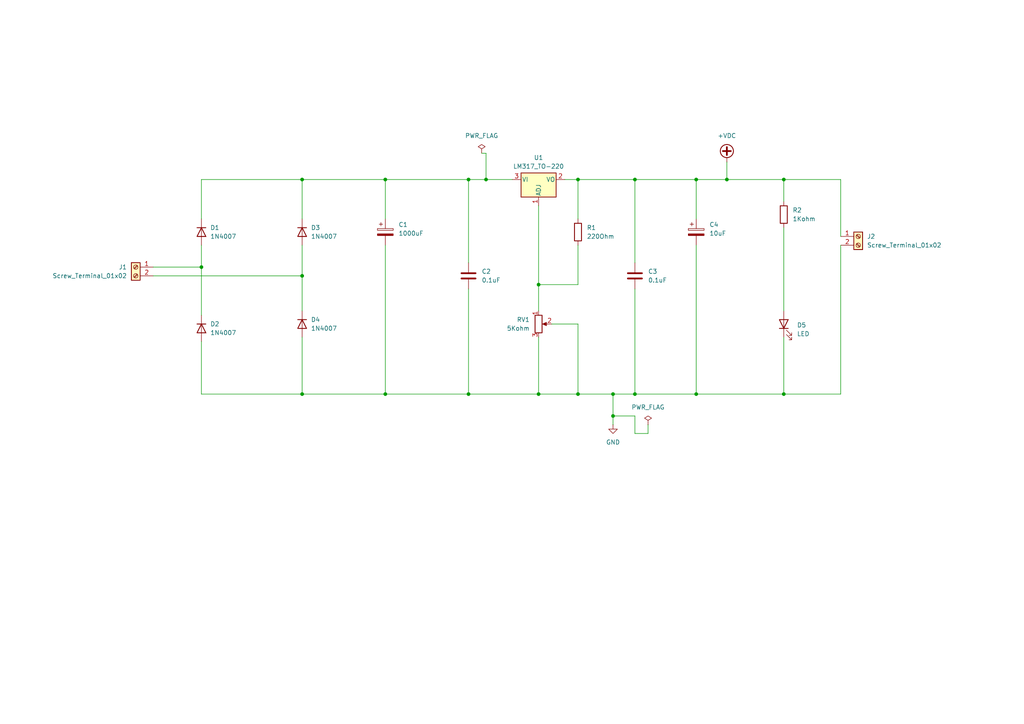
<source format=kicad_sch>
(kicad_sch
	(version 20231120)
	(generator "eeschema")
	(generator_version "8.0")
	(uuid "0d56ad63-15a0-450e-8216-9225299ef5bf")
	(paper "A4")
	(lib_symbols
		(symbol "Connector:Screw_Terminal_01x02"
			(pin_names
				(offset 1.016) hide)
			(exclude_from_sim no)
			(in_bom yes)
			(on_board yes)
			(property "Reference" "J"
				(at 0 2.54 0)
				(effects
					(font
						(size 1.27 1.27)
					)
				)
			)
			(property "Value" "Screw_Terminal_01x02"
				(at 0 -5.08 0)
				(effects
					(font
						(size 1.27 1.27)
					)
				)
			)
			(property "Footprint" ""
				(at 0 0 0)
				(effects
					(font
						(size 1.27 1.27)
					)
					(hide yes)
				)
			)
			(property "Datasheet" "~"
				(at 0 0 0)
				(effects
					(font
						(size 1.27 1.27)
					)
					(hide yes)
				)
			)
			(property "Description" "Generic screw terminal, single row, 01x02, script generated (kicad-library-utils/schlib/autogen/connector/)"
				(at 0 0 0)
				(effects
					(font
						(size 1.27 1.27)
					)
					(hide yes)
				)
			)
			(property "ki_keywords" "screw terminal"
				(at 0 0 0)
				(effects
					(font
						(size 1.27 1.27)
					)
					(hide yes)
				)
			)
			(property "ki_fp_filters" "TerminalBlock*:*"
				(at 0 0 0)
				(effects
					(font
						(size 1.27 1.27)
					)
					(hide yes)
				)
			)
			(symbol "Screw_Terminal_01x02_1_1"
				(rectangle
					(start -1.27 1.27)
					(end 1.27 -3.81)
					(stroke
						(width 0.254)
						(type default)
					)
					(fill
						(type background)
					)
				)
				(circle
					(center 0 -2.54)
					(radius 0.635)
					(stroke
						(width 0.1524)
						(type default)
					)
					(fill
						(type none)
					)
				)
				(polyline
					(pts
						(xy -0.5334 -2.2098) (xy 0.3302 -3.048)
					)
					(stroke
						(width 0.1524)
						(type default)
					)
					(fill
						(type none)
					)
				)
				(polyline
					(pts
						(xy -0.5334 0.3302) (xy 0.3302 -0.508)
					)
					(stroke
						(width 0.1524)
						(type default)
					)
					(fill
						(type none)
					)
				)
				(polyline
					(pts
						(xy -0.3556 -2.032) (xy 0.508 -2.8702)
					)
					(stroke
						(width 0.1524)
						(type default)
					)
					(fill
						(type none)
					)
				)
				(polyline
					(pts
						(xy -0.3556 0.508) (xy 0.508 -0.3302)
					)
					(stroke
						(width 0.1524)
						(type default)
					)
					(fill
						(type none)
					)
				)
				(circle
					(center 0 0)
					(radius 0.635)
					(stroke
						(width 0.1524)
						(type default)
					)
					(fill
						(type none)
					)
				)
				(pin passive line
					(at -5.08 0 0)
					(length 3.81)
					(name "Pin_1"
						(effects
							(font
								(size 1.27 1.27)
							)
						)
					)
					(number "1"
						(effects
							(font
								(size 1.27 1.27)
							)
						)
					)
				)
				(pin passive line
					(at -5.08 -2.54 0)
					(length 3.81)
					(name "Pin_2"
						(effects
							(font
								(size 1.27 1.27)
							)
						)
					)
					(number "2"
						(effects
							(font
								(size 1.27 1.27)
							)
						)
					)
				)
			)
		)
		(symbol "Device:C"
			(pin_numbers hide)
			(pin_names
				(offset 0.254)
			)
			(exclude_from_sim no)
			(in_bom yes)
			(on_board yes)
			(property "Reference" "C"
				(at 0.635 2.54 0)
				(effects
					(font
						(size 1.27 1.27)
					)
					(justify left)
				)
			)
			(property "Value" "C"
				(at 0.635 -2.54 0)
				(effects
					(font
						(size 1.27 1.27)
					)
					(justify left)
				)
			)
			(property "Footprint" ""
				(at 0.9652 -3.81 0)
				(effects
					(font
						(size 1.27 1.27)
					)
					(hide yes)
				)
			)
			(property "Datasheet" "~"
				(at 0 0 0)
				(effects
					(font
						(size 1.27 1.27)
					)
					(hide yes)
				)
			)
			(property "Description" "Unpolarized capacitor"
				(at 0 0 0)
				(effects
					(font
						(size 1.27 1.27)
					)
					(hide yes)
				)
			)
			(property "ki_keywords" "cap capacitor"
				(at 0 0 0)
				(effects
					(font
						(size 1.27 1.27)
					)
					(hide yes)
				)
			)
			(property "ki_fp_filters" "C_*"
				(at 0 0 0)
				(effects
					(font
						(size 1.27 1.27)
					)
					(hide yes)
				)
			)
			(symbol "C_0_1"
				(polyline
					(pts
						(xy -2.032 -0.762) (xy 2.032 -0.762)
					)
					(stroke
						(width 0.508)
						(type default)
					)
					(fill
						(type none)
					)
				)
				(polyline
					(pts
						(xy -2.032 0.762) (xy 2.032 0.762)
					)
					(stroke
						(width 0.508)
						(type default)
					)
					(fill
						(type none)
					)
				)
			)
			(symbol "C_1_1"
				(pin passive line
					(at 0 3.81 270)
					(length 2.794)
					(name "~"
						(effects
							(font
								(size 1.27 1.27)
							)
						)
					)
					(number "1"
						(effects
							(font
								(size 1.27 1.27)
							)
						)
					)
				)
				(pin passive line
					(at 0 -3.81 90)
					(length 2.794)
					(name "~"
						(effects
							(font
								(size 1.27 1.27)
							)
						)
					)
					(number "2"
						(effects
							(font
								(size 1.27 1.27)
							)
						)
					)
				)
			)
		)
		(symbol "Device:C_Polarized"
			(pin_numbers hide)
			(pin_names
				(offset 0.254)
			)
			(exclude_from_sim no)
			(in_bom yes)
			(on_board yes)
			(property "Reference" "C"
				(at 0.635 2.54 0)
				(effects
					(font
						(size 1.27 1.27)
					)
					(justify left)
				)
			)
			(property "Value" "C_Polarized"
				(at 0.635 -2.54 0)
				(effects
					(font
						(size 1.27 1.27)
					)
					(justify left)
				)
			)
			(property "Footprint" ""
				(at 0.9652 -3.81 0)
				(effects
					(font
						(size 1.27 1.27)
					)
					(hide yes)
				)
			)
			(property "Datasheet" "~"
				(at 0 0 0)
				(effects
					(font
						(size 1.27 1.27)
					)
					(hide yes)
				)
			)
			(property "Description" "Polarized capacitor"
				(at 0 0 0)
				(effects
					(font
						(size 1.27 1.27)
					)
					(hide yes)
				)
			)
			(property "ki_keywords" "cap capacitor"
				(at 0 0 0)
				(effects
					(font
						(size 1.27 1.27)
					)
					(hide yes)
				)
			)
			(property "ki_fp_filters" "CP_*"
				(at 0 0 0)
				(effects
					(font
						(size 1.27 1.27)
					)
					(hide yes)
				)
			)
			(symbol "C_Polarized_0_1"
				(rectangle
					(start -2.286 0.508)
					(end 2.286 1.016)
					(stroke
						(width 0)
						(type default)
					)
					(fill
						(type none)
					)
				)
				(polyline
					(pts
						(xy -1.778 2.286) (xy -0.762 2.286)
					)
					(stroke
						(width 0)
						(type default)
					)
					(fill
						(type none)
					)
				)
				(polyline
					(pts
						(xy -1.27 2.794) (xy -1.27 1.778)
					)
					(stroke
						(width 0)
						(type default)
					)
					(fill
						(type none)
					)
				)
				(rectangle
					(start 2.286 -0.508)
					(end -2.286 -1.016)
					(stroke
						(width 0)
						(type default)
					)
					(fill
						(type outline)
					)
				)
			)
			(symbol "C_Polarized_1_1"
				(pin passive line
					(at 0 3.81 270)
					(length 2.794)
					(name "~"
						(effects
							(font
								(size 1.27 1.27)
							)
						)
					)
					(number "1"
						(effects
							(font
								(size 1.27 1.27)
							)
						)
					)
				)
				(pin passive line
					(at 0 -3.81 90)
					(length 2.794)
					(name "~"
						(effects
							(font
								(size 1.27 1.27)
							)
						)
					)
					(number "2"
						(effects
							(font
								(size 1.27 1.27)
							)
						)
					)
				)
			)
		)
		(symbol "Device:LED"
			(pin_numbers hide)
			(pin_names
				(offset 1.016) hide)
			(exclude_from_sim no)
			(in_bom yes)
			(on_board yes)
			(property "Reference" "D"
				(at 0 2.54 0)
				(effects
					(font
						(size 1.27 1.27)
					)
				)
			)
			(property "Value" "LED"
				(at 0 -2.54 0)
				(effects
					(font
						(size 1.27 1.27)
					)
				)
			)
			(property "Footprint" ""
				(at 0 0 0)
				(effects
					(font
						(size 1.27 1.27)
					)
					(hide yes)
				)
			)
			(property "Datasheet" "~"
				(at 0 0 0)
				(effects
					(font
						(size 1.27 1.27)
					)
					(hide yes)
				)
			)
			(property "Description" "Light emitting diode"
				(at 0 0 0)
				(effects
					(font
						(size 1.27 1.27)
					)
					(hide yes)
				)
			)
			(property "ki_keywords" "LED diode"
				(at 0 0 0)
				(effects
					(font
						(size 1.27 1.27)
					)
					(hide yes)
				)
			)
			(property "ki_fp_filters" "LED* LED_SMD:* LED_THT:*"
				(at 0 0 0)
				(effects
					(font
						(size 1.27 1.27)
					)
					(hide yes)
				)
			)
			(symbol "LED_0_1"
				(polyline
					(pts
						(xy -1.27 -1.27) (xy -1.27 1.27)
					)
					(stroke
						(width 0.254)
						(type default)
					)
					(fill
						(type none)
					)
				)
				(polyline
					(pts
						(xy -1.27 0) (xy 1.27 0)
					)
					(stroke
						(width 0)
						(type default)
					)
					(fill
						(type none)
					)
				)
				(polyline
					(pts
						(xy 1.27 -1.27) (xy 1.27 1.27) (xy -1.27 0) (xy 1.27 -1.27)
					)
					(stroke
						(width 0.254)
						(type default)
					)
					(fill
						(type none)
					)
				)
				(polyline
					(pts
						(xy -3.048 -0.762) (xy -4.572 -2.286) (xy -3.81 -2.286) (xy -4.572 -2.286) (xy -4.572 -1.524)
					)
					(stroke
						(width 0)
						(type default)
					)
					(fill
						(type none)
					)
				)
				(polyline
					(pts
						(xy -1.778 -0.762) (xy -3.302 -2.286) (xy -2.54 -2.286) (xy -3.302 -2.286) (xy -3.302 -1.524)
					)
					(stroke
						(width 0)
						(type default)
					)
					(fill
						(type none)
					)
				)
			)
			(symbol "LED_1_1"
				(pin passive line
					(at -3.81 0 0)
					(length 2.54)
					(name "K"
						(effects
							(font
								(size 1.27 1.27)
							)
						)
					)
					(number "1"
						(effects
							(font
								(size 1.27 1.27)
							)
						)
					)
				)
				(pin passive line
					(at 3.81 0 180)
					(length 2.54)
					(name "A"
						(effects
							(font
								(size 1.27 1.27)
							)
						)
					)
					(number "2"
						(effects
							(font
								(size 1.27 1.27)
							)
						)
					)
				)
			)
		)
		(symbol "Device:R"
			(pin_numbers hide)
			(pin_names
				(offset 0)
			)
			(exclude_from_sim no)
			(in_bom yes)
			(on_board yes)
			(property "Reference" "R"
				(at 2.032 0 90)
				(effects
					(font
						(size 1.27 1.27)
					)
				)
			)
			(property "Value" "R"
				(at 0 0 90)
				(effects
					(font
						(size 1.27 1.27)
					)
				)
			)
			(property "Footprint" ""
				(at -1.778 0 90)
				(effects
					(font
						(size 1.27 1.27)
					)
					(hide yes)
				)
			)
			(property "Datasheet" "~"
				(at 0 0 0)
				(effects
					(font
						(size 1.27 1.27)
					)
					(hide yes)
				)
			)
			(property "Description" "Resistor"
				(at 0 0 0)
				(effects
					(font
						(size 1.27 1.27)
					)
					(hide yes)
				)
			)
			(property "ki_keywords" "R res resistor"
				(at 0 0 0)
				(effects
					(font
						(size 1.27 1.27)
					)
					(hide yes)
				)
			)
			(property "ki_fp_filters" "R_*"
				(at 0 0 0)
				(effects
					(font
						(size 1.27 1.27)
					)
					(hide yes)
				)
			)
			(symbol "R_0_1"
				(rectangle
					(start -1.016 -2.54)
					(end 1.016 2.54)
					(stroke
						(width 0.254)
						(type default)
					)
					(fill
						(type none)
					)
				)
			)
			(symbol "R_1_1"
				(pin passive line
					(at 0 3.81 270)
					(length 1.27)
					(name "~"
						(effects
							(font
								(size 1.27 1.27)
							)
						)
					)
					(number "1"
						(effects
							(font
								(size 1.27 1.27)
							)
						)
					)
				)
				(pin passive line
					(at 0 -3.81 90)
					(length 1.27)
					(name "~"
						(effects
							(font
								(size 1.27 1.27)
							)
						)
					)
					(number "2"
						(effects
							(font
								(size 1.27 1.27)
							)
						)
					)
				)
			)
		)
		(symbol "Device:R_Potentiometer"
			(pin_names
				(offset 1.016) hide)
			(exclude_from_sim no)
			(in_bom yes)
			(on_board yes)
			(property "Reference" "RV"
				(at -4.445 0 90)
				(effects
					(font
						(size 1.27 1.27)
					)
				)
			)
			(property "Value" "R_Potentiometer"
				(at -2.54 0 90)
				(effects
					(font
						(size 1.27 1.27)
					)
				)
			)
			(property "Footprint" ""
				(at 0 0 0)
				(effects
					(font
						(size 1.27 1.27)
					)
					(hide yes)
				)
			)
			(property "Datasheet" "~"
				(at 0 0 0)
				(effects
					(font
						(size 1.27 1.27)
					)
					(hide yes)
				)
			)
			(property "Description" "Potentiometer"
				(at 0 0 0)
				(effects
					(font
						(size 1.27 1.27)
					)
					(hide yes)
				)
			)
			(property "ki_keywords" "resistor variable"
				(at 0 0 0)
				(effects
					(font
						(size 1.27 1.27)
					)
					(hide yes)
				)
			)
			(property "ki_fp_filters" "Potentiometer*"
				(at 0 0 0)
				(effects
					(font
						(size 1.27 1.27)
					)
					(hide yes)
				)
			)
			(symbol "R_Potentiometer_0_1"
				(polyline
					(pts
						(xy 2.54 0) (xy 1.524 0)
					)
					(stroke
						(width 0)
						(type default)
					)
					(fill
						(type none)
					)
				)
				(polyline
					(pts
						(xy 1.143 0) (xy 2.286 0.508) (xy 2.286 -0.508) (xy 1.143 0)
					)
					(stroke
						(width 0)
						(type default)
					)
					(fill
						(type outline)
					)
				)
				(rectangle
					(start 1.016 2.54)
					(end -1.016 -2.54)
					(stroke
						(width 0.254)
						(type default)
					)
					(fill
						(type none)
					)
				)
			)
			(symbol "R_Potentiometer_1_1"
				(pin passive line
					(at 0 3.81 270)
					(length 1.27)
					(name "1"
						(effects
							(font
								(size 1.27 1.27)
							)
						)
					)
					(number "1"
						(effects
							(font
								(size 1.27 1.27)
							)
						)
					)
				)
				(pin passive line
					(at 3.81 0 180)
					(length 1.27)
					(name "2"
						(effects
							(font
								(size 1.27 1.27)
							)
						)
					)
					(number "2"
						(effects
							(font
								(size 1.27 1.27)
							)
						)
					)
				)
				(pin passive line
					(at 0 -3.81 90)
					(length 1.27)
					(name "3"
						(effects
							(font
								(size 1.27 1.27)
							)
						)
					)
					(number "3"
						(effects
							(font
								(size 1.27 1.27)
							)
						)
					)
				)
			)
		)
		(symbol "Diode:1N4007"
			(pin_numbers hide)
			(pin_names hide)
			(exclude_from_sim no)
			(in_bom yes)
			(on_board yes)
			(property "Reference" "D"
				(at 0 2.54 0)
				(effects
					(font
						(size 1.27 1.27)
					)
				)
			)
			(property "Value" "1N4007"
				(at 0 -2.54 0)
				(effects
					(font
						(size 1.27 1.27)
					)
				)
			)
			(property "Footprint" "Diode_THT:D_DO-41_SOD81_P10.16mm_Horizontal"
				(at 0 -4.445 0)
				(effects
					(font
						(size 1.27 1.27)
					)
					(hide yes)
				)
			)
			(property "Datasheet" "http://www.vishay.com/docs/88503/1n4001.pdf"
				(at 0 0 0)
				(effects
					(font
						(size 1.27 1.27)
					)
					(hide yes)
				)
			)
			(property "Description" "1000V 1A General Purpose Rectifier Diode, DO-41"
				(at 0 0 0)
				(effects
					(font
						(size 1.27 1.27)
					)
					(hide yes)
				)
			)
			(property "Sim.Device" "D"
				(at 0 0 0)
				(effects
					(font
						(size 1.27 1.27)
					)
					(hide yes)
				)
			)
			(property "Sim.Pins" "1=K 2=A"
				(at 0 0 0)
				(effects
					(font
						(size 1.27 1.27)
					)
					(hide yes)
				)
			)
			(property "ki_keywords" "diode"
				(at 0 0 0)
				(effects
					(font
						(size 1.27 1.27)
					)
					(hide yes)
				)
			)
			(property "ki_fp_filters" "D*DO?41*"
				(at 0 0 0)
				(effects
					(font
						(size 1.27 1.27)
					)
					(hide yes)
				)
			)
			(symbol "1N4007_0_1"
				(polyline
					(pts
						(xy -1.27 1.27) (xy -1.27 -1.27)
					)
					(stroke
						(width 0.254)
						(type default)
					)
					(fill
						(type none)
					)
				)
				(polyline
					(pts
						(xy 1.27 0) (xy -1.27 0)
					)
					(stroke
						(width 0)
						(type default)
					)
					(fill
						(type none)
					)
				)
				(polyline
					(pts
						(xy 1.27 1.27) (xy 1.27 -1.27) (xy -1.27 0) (xy 1.27 1.27)
					)
					(stroke
						(width 0.254)
						(type default)
					)
					(fill
						(type none)
					)
				)
			)
			(symbol "1N4007_1_1"
				(pin passive line
					(at -3.81 0 0)
					(length 2.54)
					(name "K"
						(effects
							(font
								(size 1.27 1.27)
							)
						)
					)
					(number "1"
						(effects
							(font
								(size 1.27 1.27)
							)
						)
					)
				)
				(pin passive line
					(at 3.81 0 180)
					(length 2.54)
					(name "A"
						(effects
							(font
								(size 1.27 1.27)
							)
						)
					)
					(number "2"
						(effects
							(font
								(size 1.27 1.27)
							)
						)
					)
				)
			)
		)
		(symbol "Regulator_Linear:LM317_TO-220"
			(pin_names
				(offset 0.254)
			)
			(exclude_from_sim no)
			(in_bom yes)
			(on_board yes)
			(property "Reference" "U"
				(at -3.81 3.175 0)
				(effects
					(font
						(size 1.27 1.27)
					)
				)
			)
			(property "Value" "LM317_TO-220"
				(at 0 3.175 0)
				(effects
					(font
						(size 1.27 1.27)
					)
					(justify left)
				)
			)
			(property "Footprint" "Package_TO_SOT_THT:TO-220-3_Vertical"
				(at 0 6.35 0)
				(effects
					(font
						(size 1.27 1.27)
						(italic yes)
					)
					(hide yes)
				)
			)
			(property "Datasheet" "http://www.ti.com/lit/ds/symlink/lm317.pdf"
				(at 0 0 0)
				(effects
					(font
						(size 1.27 1.27)
					)
					(hide yes)
				)
			)
			(property "Description" "1.5A 35V Adjustable Linear Regulator, TO-220"
				(at 0 0 0)
				(effects
					(font
						(size 1.27 1.27)
					)
					(hide yes)
				)
			)
			(property "ki_keywords" "Adjustable Voltage Regulator 1A Positive"
				(at 0 0 0)
				(effects
					(font
						(size 1.27 1.27)
					)
					(hide yes)
				)
			)
			(property "ki_fp_filters" "TO?220*"
				(at 0 0 0)
				(effects
					(font
						(size 1.27 1.27)
					)
					(hide yes)
				)
			)
			(symbol "LM317_TO-220_0_1"
				(rectangle
					(start -5.08 1.905)
					(end 5.08 -5.08)
					(stroke
						(width 0.254)
						(type default)
					)
					(fill
						(type background)
					)
				)
			)
			(symbol "LM317_TO-220_1_1"
				(pin input line
					(at 0 -7.62 90)
					(length 2.54)
					(name "ADJ"
						(effects
							(font
								(size 1.27 1.27)
							)
						)
					)
					(number "1"
						(effects
							(font
								(size 1.27 1.27)
							)
						)
					)
				)
				(pin power_out line
					(at 7.62 0 180)
					(length 2.54)
					(name "VO"
						(effects
							(font
								(size 1.27 1.27)
							)
						)
					)
					(number "2"
						(effects
							(font
								(size 1.27 1.27)
							)
						)
					)
				)
				(pin power_in line
					(at -7.62 0 0)
					(length 2.54)
					(name "VI"
						(effects
							(font
								(size 1.27 1.27)
							)
						)
					)
					(number "3"
						(effects
							(font
								(size 1.27 1.27)
							)
						)
					)
				)
			)
		)
		(symbol "power:+VDC"
			(power)
			(pin_numbers hide)
			(pin_names
				(offset 0) hide)
			(exclude_from_sim no)
			(in_bom yes)
			(on_board yes)
			(property "Reference" "#PWR"
				(at 0 -2.54 0)
				(effects
					(font
						(size 1.27 1.27)
					)
					(hide yes)
				)
			)
			(property "Value" "+VDC"
				(at 0 6.35 0)
				(effects
					(font
						(size 1.27 1.27)
					)
				)
			)
			(property "Footprint" ""
				(at 0 0 0)
				(effects
					(font
						(size 1.27 1.27)
					)
					(hide yes)
				)
			)
			(property "Datasheet" ""
				(at 0 0 0)
				(effects
					(font
						(size 1.27 1.27)
					)
					(hide yes)
				)
			)
			(property "Description" "Power symbol creates a global label with name \"+VDC\""
				(at 0 0 0)
				(effects
					(font
						(size 1.27 1.27)
					)
					(hide yes)
				)
			)
			(property "ki_keywords" "global power"
				(at 0 0 0)
				(effects
					(font
						(size 1.27 1.27)
					)
					(hide yes)
				)
			)
			(symbol "+VDC_0_1"
				(polyline
					(pts
						(xy -1.143 3.175) (xy 1.143 3.175)
					)
					(stroke
						(width 0.508)
						(type default)
					)
					(fill
						(type none)
					)
				)
				(polyline
					(pts
						(xy 0 0) (xy 0 1.27)
					)
					(stroke
						(width 0)
						(type default)
					)
					(fill
						(type none)
					)
				)
				(polyline
					(pts
						(xy 0 2.032) (xy 0 4.318)
					)
					(stroke
						(width 0.508)
						(type default)
					)
					(fill
						(type none)
					)
				)
				(circle
					(center 0 3.175)
					(radius 1.905)
					(stroke
						(width 0.254)
						(type default)
					)
					(fill
						(type none)
					)
				)
			)
			(symbol "+VDC_1_1"
				(pin power_in line
					(at 0 0 90)
					(length 0)
					(name "~"
						(effects
							(font
								(size 1.27 1.27)
							)
						)
					)
					(number "1"
						(effects
							(font
								(size 1.27 1.27)
							)
						)
					)
				)
			)
		)
		(symbol "power:GND"
			(power)
			(pin_numbers hide)
			(pin_names
				(offset 0) hide)
			(exclude_from_sim no)
			(in_bom yes)
			(on_board yes)
			(property "Reference" "#PWR"
				(at 0 -6.35 0)
				(effects
					(font
						(size 1.27 1.27)
					)
					(hide yes)
				)
			)
			(property "Value" "GND"
				(at 0 -3.81 0)
				(effects
					(font
						(size 1.27 1.27)
					)
				)
			)
			(property "Footprint" ""
				(at 0 0 0)
				(effects
					(font
						(size 1.27 1.27)
					)
					(hide yes)
				)
			)
			(property "Datasheet" ""
				(at 0 0 0)
				(effects
					(font
						(size 1.27 1.27)
					)
					(hide yes)
				)
			)
			(property "Description" "Power symbol creates a global label with name \"GND\" , ground"
				(at 0 0 0)
				(effects
					(font
						(size 1.27 1.27)
					)
					(hide yes)
				)
			)
			(property "ki_keywords" "global power"
				(at 0 0 0)
				(effects
					(font
						(size 1.27 1.27)
					)
					(hide yes)
				)
			)
			(symbol "GND_0_1"
				(polyline
					(pts
						(xy 0 0) (xy 0 -1.27) (xy 1.27 -1.27) (xy 0 -2.54) (xy -1.27 -1.27) (xy 0 -1.27)
					)
					(stroke
						(width 0)
						(type default)
					)
					(fill
						(type none)
					)
				)
			)
			(symbol "GND_1_1"
				(pin power_in line
					(at 0 0 270)
					(length 0)
					(name "~"
						(effects
							(font
								(size 1.27 1.27)
							)
						)
					)
					(number "1"
						(effects
							(font
								(size 1.27 1.27)
							)
						)
					)
				)
			)
		)
		(symbol "power:PWR_FLAG"
			(power)
			(pin_numbers hide)
			(pin_names
				(offset 0) hide)
			(exclude_from_sim no)
			(in_bom yes)
			(on_board yes)
			(property "Reference" "#FLG"
				(at 0 1.905 0)
				(effects
					(font
						(size 1.27 1.27)
					)
					(hide yes)
				)
			)
			(property "Value" "PWR_FLAG"
				(at 0 3.81 0)
				(effects
					(font
						(size 1.27 1.27)
					)
				)
			)
			(property "Footprint" ""
				(at 0 0 0)
				(effects
					(font
						(size 1.27 1.27)
					)
					(hide yes)
				)
			)
			(property "Datasheet" "~"
				(at 0 0 0)
				(effects
					(font
						(size 1.27 1.27)
					)
					(hide yes)
				)
			)
			(property "Description" "Special symbol for telling ERC where power comes from"
				(at 0 0 0)
				(effects
					(font
						(size 1.27 1.27)
					)
					(hide yes)
				)
			)
			(property "ki_keywords" "flag power"
				(at 0 0 0)
				(effects
					(font
						(size 1.27 1.27)
					)
					(hide yes)
				)
			)
			(symbol "PWR_FLAG_0_0"
				(pin power_out line
					(at 0 0 90)
					(length 0)
					(name "~"
						(effects
							(font
								(size 1.27 1.27)
							)
						)
					)
					(number "1"
						(effects
							(font
								(size 1.27 1.27)
							)
						)
					)
				)
			)
			(symbol "PWR_FLAG_0_1"
				(polyline
					(pts
						(xy 0 0) (xy 0 1.27) (xy -1.016 1.905) (xy 0 2.54) (xy 1.016 1.905) (xy 0 1.27)
					)
					(stroke
						(width 0)
						(type default)
					)
					(fill
						(type none)
					)
				)
			)
		)
	)
	(junction
		(at 201.93 114.3)
		(diameter 0)
		(color 0 0 0 0)
		(uuid "044152fb-f7f0-42e3-829b-97eb10205796")
	)
	(junction
		(at 184.15 114.3)
		(diameter 0)
		(color 0 0 0 0)
		(uuid "25073994-9951-41a8-bf51-29b1e94bb1c2")
	)
	(junction
		(at 201.93 52.07)
		(diameter 0)
		(color 0 0 0 0)
		(uuid "2e7bdbd5-1ee8-4f38-8074-b9ecdb50efe9")
	)
	(junction
		(at 227.33 52.07)
		(diameter 0)
		(color 0 0 0 0)
		(uuid "2f7d0324-8264-41af-a6a2-43f726a3a7de")
	)
	(junction
		(at 135.89 114.3)
		(diameter 0)
		(color 0 0 0 0)
		(uuid "3058eb04-b815-45bc-81f4-8b5e18e81767")
	)
	(junction
		(at 87.63 80.01)
		(diameter 0)
		(color 0 0 0 0)
		(uuid "40b72091-b25d-46ca-9d3a-a440d9be1340")
	)
	(junction
		(at 184.15 52.07)
		(diameter 0)
		(color 0 0 0 0)
		(uuid "4ac2396e-9333-4fc7-9ceb-fe0f95737ae1")
	)
	(junction
		(at 111.76 114.3)
		(diameter 0)
		(color 0 0 0 0)
		(uuid "5dea06d0-7b09-4d57-b35f-456abb6c1354")
	)
	(junction
		(at 87.63 52.07)
		(diameter 0)
		(color 0 0 0 0)
		(uuid "6a82c897-6b82-4d62-8c49-21cc54e65a64")
	)
	(junction
		(at 167.64 52.07)
		(diameter 0)
		(color 0 0 0 0)
		(uuid "756fd723-59f8-4907-82b5-98b911de93f1")
	)
	(junction
		(at 58.42 77.47)
		(diameter 0)
		(color 0 0 0 0)
		(uuid "8a3cebe5-057e-404c-a04e-8b1ef3947816")
	)
	(junction
		(at 135.89 52.07)
		(diameter 0)
		(color 0 0 0 0)
		(uuid "93d0e98f-3429-48a5-a957-3569a5423950")
	)
	(junction
		(at 177.8 114.3)
		(diameter 0)
		(color 0 0 0 0)
		(uuid "95ed68e7-6115-4373-b853-b046e089bcfe")
	)
	(junction
		(at 167.64 114.3)
		(diameter 0)
		(color 0 0 0 0)
		(uuid "a371cd59-1863-4a9d-997d-d08f1729e760")
	)
	(junction
		(at 140.97 52.07)
		(diameter 0)
		(color 0 0 0 0)
		(uuid "acb34446-af4b-4b9d-b295-39d5f65d0491")
	)
	(junction
		(at 210.82 52.07)
		(diameter 0)
		(color 0 0 0 0)
		(uuid "b20427c7-30cf-480c-845a-32bf03332e9c")
	)
	(junction
		(at 156.21 82.55)
		(diameter 0)
		(color 0 0 0 0)
		(uuid "b9e1b6c8-a8a7-4c59-8672-e0b438aee92e")
	)
	(junction
		(at 156.21 114.3)
		(diameter 0)
		(color 0 0 0 0)
		(uuid "c06087f2-687a-42cc-90c8-00e80f673bdb")
	)
	(junction
		(at 111.76 52.07)
		(diameter 0)
		(color 0 0 0 0)
		(uuid "c42593af-6de4-47f5-89d5-1987b8287e13")
	)
	(junction
		(at 177.8 120.65)
		(diameter 0)
		(color 0 0 0 0)
		(uuid "c9591a3c-88fe-4abb-8512-7881bee7af7a")
	)
	(junction
		(at 227.33 114.3)
		(diameter 0)
		(color 0 0 0 0)
		(uuid "cec32047-a6dc-42d1-a25c-7f28c915906b")
	)
	(junction
		(at 87.63 114.3)
		(diameter 0)
		(color 0 0 0 0)
		(uuid "e8ac56af-8e7f-4ef6-887b-27fe90627939")
	)
	(wire
		(pts
			(xy 87.63 80.01) (xy 87.63 90.17)
		)
		(stroke
			(width 0)
			(type default)
		)
		(uuid "023aa4c0-1694-4758-8a31-6a19bfb20de3")
	)
	(wire
		(pts
			(xy 184.15 114.3) (xy 201.93 114.3)
		)
		(stroke
			(width 0)
			(type default)
		)
		(uuid "065d2f61-baf8-4233-84f2-506baaf43641")
	)
	(wire
		(pts
			(xy 156.21 59.69) (xy 156.21 82.55)
		)
		(stroke
			(width 0)
			(type default)
		)
		(uuid "0676967c-486f-412e-9831-519fb8ab2817")
	)
	(wire
		(pts
			(xy 167.64 93.98) (xy 167.64 114.3)
		)
		(stroke
			(width 0)
			(type default)
		)
		(uuid "068c80c7-4052-44e9-843d-c5c99d4e9061")
	)
	(wire
		(pts
			(xy 167.64 52.07) (xy 184.15 52.07)
		)
		(stroke
			(width 0)
			(type default)
		)
		(uuid "08345ba4-e5ca-44cc-905a-846c1a233d54")
	)
	(wire
		(pts
			(xy 135.89 114.3) (xy 156.21 114.3)
		)
		(stroke
			(width 0)
			(type default)
		)
		(uuid "105ad91b-1c4b-4024-8b2e-5b111d816280")
	)
	(wire
		(pts
			(xy 201.93 52.07) (xy 210.82 52.07)
		)
		(stroke
			(width 0)
			(type default)
		)
		(uuid "10db6bfe-65d2-4050-8c36-db92356eb25a")
	)
	(wire
		(pts
			(xy 227.33 52.07) (xy 227.33 58.42)
		)
		(stroke
			(width 0)
			(type default)
		)
		(uuid "11e2a342-b0e2-4049-ba13-9680a52871ab")
	)
	(wire
		(pts
			(xy 111.76 114.3) (xy 135.89 114.3)
		)
		(stroke
			(width 0)
			(type default)
		)
		(uuid "1ca1cdf3-d8b1-4211-b935-47f60580144e")
	)
	(wire
		(pts
			(xy 227.33 97.79) (xy 227.33 114.3)
		)
		(stroke
			(width 0)
			(type default)
		)
		(uuid "20c9a149-f346-488c-acac-081d3ab777e4")
	)
	(wire
		(pts
			(xy 227.33 66.04) (xy 227.33 90.17)
		)
		(stroke
			(width 0)
			(type default)
		)
		(uuid "216a5a5a-a112-4ebf-8e7f-88551e63d5db")
	)
	(wire
		(pts
			(xy 184.15 83.82) (xy 184.15 114.3)
		)
		(stroke
			(width 0)
			(type default)
		)
		(uuid "2684b2fc-70e2-4704-b841-81c8932ead16")
	)
	(wire
		(pts
			(xy 58.42 99.06) (xy 58.42 114.3)
		)
		(stroke
			(width 0)
			(type default)
		)
		(uuid "2ff8b6a1-8275-47e8-bf6b-1a51dbc329b0")
	)
	(wire
		(pts
			(xy 58.42 77.47) (xy 58.42 71.12)
		)
		(stroke
			(width 0)
			(type default)
		)
		(uuid "3499827d-d9e7-4d85-90a8-d5d318289bf0")
	)
	(wire
		(pts
			(xy 201.93 52.07) (xy 201.93 63.5)
		)
		(stroke
			(width 0)
			(type default)
		)
		(uuid "3761aa11-9f53-4a11-91da-4f0647b12fc0")
	)
	(wire
		(pts
			(xy 135.89 52.07) (xy 111.76 52.07)
		)
		(stroke
			(width 0)
			(type default)
		)
		(uuid "3e4dc962-db5a-4a53-bc64-82d42f2f6fef")
	)
	(wire
		(pts
			(xy 87.63 114.3) (xy 111.76 114.3)
		)
		(stroke
			(width 0)
			(type default)
		)
		(uuid "427f8540-4b78-44d3-af2c-9e82e996cd9b")
	)
	(wire
		(pts
			(xy 184.15 52.07) (xy 184.15 76.2)
		)
		(stroke
			(width 0)
			(type default)
		)
		(uuid "451ef3b7-a4eb-444f-8f9f-e7969f95d4bd")
	)
	(wire
		(pts
			(xy 87.63 52.07) (xy 87.63 63.5)
		)
		(stroke
			(width 0)
			(type default)
		)
		(uuid "4a738fe1-fdd4-445e-9067-c7261d9d54a1")
	)
	(wire
		(pts
			(xy 156.21 82.55) (xy 156.21 90.17)
		)
		(stroke
			(width 0)
			(type default)
		)
		(uuid "4d2aeabc-d291-46e2-b3e9-ce655fbd34be")
	)
	(wire
		(pts
			(xy 58.42 77.47) (xy 58.42 91.44)
		)
		(stroke
			(width 0)
			(type default)
		)
		(uuid "5a448a82-055e-48b0-9afa-3899cde5fa87")
	)
	(wire
		(pts
			(xy 87.63 97.79) (xy 87.63 114.3)
		)
		(stroke
			(width 0)
			(type default)
		)
		(uuid "6179ff6c-9a42-486a-90a5-ad8148504b54")
	)
	(wire
		(pts
			(xy 156.21 114.3) (xy 167.64 114.3)
		)
		(stroke
			(width 0)
			(type default)
		)
		(uuid "6436a575-35ba-4317-b063-2841ba7d3cb1")
	)
	(wire
		(pts
			(xy 87.63 71.12) (xy 87.63 80.01)
		)
		(stroke
			(width 0)
			(type default)
		)
		(uuid "6485925b-8cea-47b8-971f-bd654d329099")
	)
	(wire
		(pts
			(xy 167.64 71.12) (xy 167.64 82.55)
		)
		(stroke
			(width 0)
			(type default)
		)
		(uuid "70bf83e2-897a-4af3-96ec-4edb4a52162c")
	)
	(wire
		(pts
			(xy 243.84 114.3) (xy 243.84 71.12)
		)
		(stroke
			(width 0)
			(type default)
		)
		(uuid "7fd83449-116e-4d6b-99d0-ea80f4061709")
	)
	(wire
		(pts
			(xy 44.45 80.01) (xy 87.63 80.01)
		)
		(stroke
			(width 0)
			(type default)
		)
		(uuid "8931411a-14ff-4385-bf89-28125f419907")
	)
	(wire
		(pts
			(xy 210.82 52.07) (xy 227.33 52.07)
		)
		(stroke
			(width 0)
			(type default)
		)
		(uuid "8e09c9b2-1ce3-4781-a05f-c8b4e17389c9")
	)
	(wire
		(pts
			(xy 243.84 52.07) (xy 243.84 68.58)
		)
		(stroke
			(width 0)
			(type default)
		)
		(uuid "90c3342a-4bbd-425e-909b-009288bcf070")
	)
	(wire
		(pts
			(xy 201.93 114.3) (xy 227.33 114.3)
		)
		(stroke
			(width 0)
			(type default)
		)
		(uuid "91a81740-cc9c-4c92-ac6f-0652a2dcc8bb")
	)
	(wire
		(pts
			(xy 58.42 52.07) (xy 58.42 63.5)
		)
		(stroke
			(width 0)
			(type default)
		)
		(uuid "97900b4c-c213-440b-9dc1-72cfd6c2a506")
	)
	(wire
		(pts
			(xy 160.02 93.98) (xy 167.64 93.98)
		)
		(stroke
			(width 0)
			(type default)
		)
		(uuid "98bd5c14-b00f-493f-8971-2ec4b43876ab")
	)
	(wire
		(pts
			(xy 177.8 120.65) (xy 184.15 120.65)
		)
		(stroke
			(width 0)
			(type default)
		)
		(uuid "9c4a2fb6-75e9-48b1-bef7-724aece113b3")
	)
	(wire
		(pts
			(xy 177.8 114.3) (xy 184.15 114.3)
		)
		(stroke
			(width 0)
			(type default)
		)
		(uuid "a128b0b7-a198-4cdf-989a-85a48d7556ff")
	)
	(wire
		(pts
			(xy 210.82 46.99) (xy 210.82 52.07)
		)
		(stroke
			(width 0)
			(type default)
		)
		(uuid "a7f34d4e-edcf-4f41-b442-fe0197c91c12")
	)
	(wire
		(pts
			(xy 111.76 71.12) (xy 111.76 114.3)
		)
		(stroke
			(width 0)
			(type default)
		)
		(uuid "ac48ef24-7f38-4245-b8ac-feb3ea1a9923")
	)
	(wire
		(pts
			(xy 135.89 52.07) (xy 135.89 76.2)
		)
		(stroke
			(width 0)
			(type default)
		)
		(uuid "ad53c959-92e9-4d0f-9fa7-d35a39fc4069")
	)
	(wire
		(pts
			(xy 201.93 71.12) (xy 201.93 114.3)
		)
		(stroke
			(width 0)
			(type default)
		)
		(uuid "b079f3ba-db85-423c-8800-69122f0e6d6d")
	)
	(wire
		(pts
			(xy 135.89 52.07) (xy 140.97 52.07)
		)
		(stroke
			(width 0)
			(type default)
		)
		(uuid "b47b99a7-8613-47c0-b9fe-35ab6b5a1215")
	)
	(wire
		(pts
			(xy 87.63 52.07) (xy 58.42 52.07)
		)
		(stroke
			(width 0)
			(type default)
		)
		(uuid "b9ac9895-5102-4915-8541-fe16610f0ebc")
	)
	(wire
		(pts
			(xy 135.89 83.82) (xy 135.89 114.3)
		)
		(stroke
			(width 0)
			(type default)
		)
		(uuid "ba2b7791-db77-46ab-bdf4-7234546ac94f")
	)
	(wire
		(pts
			(xy 140.97 44.45) (xy 140.97 52.07)
		)
		(stroke
			(width 0)
			(type default)
		)
		(uuid "bb149277-4060-41f1-8042-86bada671dcb")
	)
	(wire
		(pts
			(xy 177.8 120.65) (xy 177.8 123.19)
		)
		(stroke
			(width 0)
			(type default)
		)
		(uuid "be00ad36-3393-4efc-ab05-e4e55e3db367")
	)
	(wire
		(pts
			(xy 44.45 77.47) (xy 58.42 77.47)
		)
		(stroke
			(width 0)
			(type default)
		)
		(uuid "ca2af6b1-4f0e-4cea-98b3-46192deb1af2")
	)
	(wire
		(pts
			(xy 156.21 97.79) (xy 156.21 114.3)
		)
		(stroke
			(width 0)
			(type default)
		)
		(uuid "ce708ff1-d430-4b61-96d8-266c71ad6e1f")
	)
	(wire
		(pts
			(xy 111.76 52.07) (xy 87.63 52.07)
		)
		(stroke
			(width 0)
			(type default)
		)
		(uuid "d0230a90-cf4b-4256-bbe2-252b43921633")
	)
	(wire
		(pts
			(xy 227.33 52.07) (xy 243.84 52.07)
		)
		(stroke
			(width 0)
			(type default)
		)
		(uuid "d2adaf7c-1a28-49ee-b760-5cb91b6c8a09")
	)
	(wire
		(pts
			(xy 184.15 52.07) (xy 201.93 52.07)
		)
		(stroke
			(width 0)
			(type default)
		)
		(uuid "d50fc629-2a91-433a-95b7-5d09d1317b50")
	)
	(wire
		(pts
			(xy 111.76 52.07) (xy 111.76 63.5)
		)
		(stroke
			(width 0)
			(type default)
		)
		(uuid "d5f51349-8152-451f-bb80-0debbe4ba6cf")
	)
	(wire
		(pts
			(xy 167.64 82.55) (xy 156.21 82.55)
		)
		(stroke
			(width 0)
			(type default)
		)
		(uuid "d611f254-c689-44c0-823d-b15ec1304e97")
	)
	(wire
		(pts
			(xy 139.7 44.45) (xy 140.97 44.45)
		)
		(stroke
			(width 0)
			(type default)
		)
		(uuid "d84429df-b783-4f24-9467-c2c81afe5ccb")
	)
	(wire
		(pts
			(xy 187.96 125.73) (xy 187.96 123.19)
		)
		(stroke
			(width 0)
			(type default)
		)
		(uuid "dc885a5b-80c5-429d-8d4b-0a18340a57c1")
	)
	(wire
		(pts
			(xy 184.15 120.65) (xy 184.15 125.73)
		)
		(stroke
			(width 0)
			(type default)
		)
		(uuid "df7ccbbe-dd27-4366-9c4a-ba7e33132854")
	)
	(wire
		(pts
			(xy 167.64 52.07) (xy 167.64 63.5)
		)
		(stroke
			(width 0)
			(type default)
		)
		(uuid "e26b96e3-68fd-423b-86e5-8c381d2b2d83")
	)
	(wire
		(pts
			(xy 167.64 114.3) (xy 177.8 114.3)
		)
		(stroke
			(width 0)
			(type default)
		)
		(uuid "e501e032-fa00-44f1-bb5b-83adb3d77f36")
	)
	(wire
		(pts
			(xy 140.97 52.07) (xy 148.59 52.07)
		)
		(stroke
			(width 0)
			(type default)
		)
		(uuid "e7b9ba42-3ac1-4a6a-b0ec-0ebd6e3a6833")
	)
	(wire
		(pts
			(xy 184.15 125.73) (xy 187.96 125.73)
		)
		(stroke
			(width 0)
			(type default)
		)
		(uuid "e9af0da0-e0df-4447-913d-aacf8e81354e")
	)
	(wire
		(pts
			(xy 227.33 114.3) (xy 243.84 114.3)
		)
		(stroke
			(width 0)
			(type default)
		)
		(uuid "f04800ea-3900-47e2-9967-892dfcfc3a9b")
	)
	(wire
		(pts
			(xy 58.42 114.3) (xy 87.63 114.3)
		)
		(stroke
			(width 0)
			(type default)
		)
		(uuid "f53c276e-6b87-4f4a-ab57-c1b639d6ca40")
	)
	(wire
		(pts
			(xy 163.83 52.07) (xy 167.64 52.07)
		)
		(stroke
			(width 0)
			(type default)
		)
		(uuid "f577ab48-dfca-4967-92a3-c741b522d7d6")
	)
	(wire
		(pts
			(xy 177.8 114.3) (xy 177.8 120.65)
		)
		(stroke
			(width 0)
			(type default)
		)
		(uuid "fee3c094-7330-4bbb-b23c-98c44c416683")
	)
	(symbol
		(lib_id "Device:C")
		(at 135.89 80.01 0)
		(unit 1)
		(exclude_from_sim no)
		(in_bom yes)
		(on_board yes)
		(dnp no)
		(fields_autoplaced yes)
		(uuid "02f57a7f-4b76-48f9-a80a-589a03bea222")
		(property "Reference" "C2"
			(at 139.7 78.7399 0)
			(effects
				(font
					(size 1.27 1.27)
				)
				(justify left)
			)
		)
		(property "Value" "0.1uF"
			(at 139.7 81.2799 0)
			(effects
				(font
					(size 1.27 1.27)
				)
				(justify left)
			)
		)
		(property "Footprint" "Capacitor_THT:C_Disc_D4.7mm_W2.5mm_P5.00mm"
			(at 136.8552 83.82 0)
			(effects
				(font
					(size 1.27 1.27)
				)
				(hide yes)
			)
		)
		(property "Datasheet" "~"
			(at 135.89 80.01 0)
			(effects
				(font
					(size 1.27 1.27)
				)
				(hide yes)
			)
		)
		(property "Description" "Unpolarized capacitor"
			(at 135.89 80.01 0)
			(effects
				(font
					(size 1.27 1.27)
				)
				(hide yes)
			)
		)
		(pin "2"
			(uuid "6ae930a7-bdca-498c-ac2d-d0062f90d9c3")
		)
		(pin "1"
			(uuid "0083780f-41ed-47d4-b229-88aed7037553")
		)
		(instances
			(project "PCBFuente"
				(path "/0d56ad63-15a0-450e-8216-9225299ef5bf"
					(reference "C2")
					(unit 1)
				)
			)
		)
	)
	(symbol
		(lib_id "Device:C")
		(at 184.15 80.01 0)
		(unit 1)
		(exclude_from_sim no)
		(in_bom yes)
		(on_board yes)
		(dnp no)
		(fields_autoplaced yes)
		(uuid "100eaebe-6088-4acd-8df5-9632eb07a761")
		(property "Reference" "C3"
			(at 187.96 78.7399 0)
			(effects
				(font
					(size 1.27 1.27)
				)
				(justify left)
			)
		)
		(property "Value" "0.1uF"
			(at 187.96 81.2799 0)
			(effects
				(font
					(size 1.27 1.27)
				)
				(justify left)
			)
		)
		(property "Footprint" "Capacitor_THT:C_Disc_D4.7mm_W2.5mm_P5.00mm"
			(at 185.1152 83.82 0)
			(effects
				(font
					(size 1.27 1.27)
				)
				(hide yes)
			)
		)
		(property "Datasheet" "~"
			(at 184.15 80.01 0)
			(effects
				(font
					(size 1.27 1.27)
				)
				(hide yes)
			)
		)
		(property "Description" "Unpolarized capacitor"
			(at 184.15 80.01 0)
			(effects
				(font
					(size 1.27 1.27)
				)
				(hide yes)
			)
		)
		(pin "2"
			(uuid "81301564-12d6-440d-939c-c9f1b60c7699")
		)
		(pin "1"
			(uuid "57ebe553-3b0f-4db9-8bc5-89712edb408a")
		)
		(instances
			(project "PCBFuente"
				(path "/0d56ad63-15a0-450e-8216-9225299ef5bf"
					(reference "C3")
					(unit 1)
				)
			)
		)
	)
	(symbol
		(lib_id "Device:C_Polarized")
		(at 201.93 67.31 0)
		(unit 1)
		(exclude_from_sim no)
		(in_bom yes)
		(on_board yes)
		(dnp no)
		(fields_autoplaced yes)
		(uuid "136e26a8-c1cf-4ca3-9c0d-e51883058fcf")
		(property "Reference" "C4"
			(at 205.74 65.1509 0)
			(effects
				(font
					(size 1.27 1.27)
				)
				(justify left)
			)
		)
		(property "Value" "10uF"
			(at 205.74 67.6909 0)
			(effects
				(font
					(size 1.27 1.27)
				)
				(justify left)
			)
		)
		(property "Footprint" "Capacitor_THT:CP_Radial_D4.0mm_P2.00mm"
			(at 202.8952 71.12 0)
			(effects
				(font
					(size 1.27 1.27)
				)
				(hide yes)
			)
		)
		(property "Datasheet" "~"
			(at 201.93 67.31 0)
			(effects
				(font
					(size 1.27 1.27)
				)
				(hide yes)
			)
		)
		(property "Description" "Polarized capacitor"
			(at 201.93 67.31 0)
			(effects
				(font
					(size 1.27 1.27)
				)
				(hide yes)
			)
		)
		(pin "2"
			(uuid "7892f398-8882-47bc-b03d-e17561665bb6")
		)
		(pin "1"
			(uuid "850ff6fd-fc89-4de3-9cd5-5dbf827682bc")
		)
		(instances
			(project "PCBFuente"
				(path "/0d56ad63-15a0-450e-8216-9225299ef5bf"
					(reference "C4")
					(unit 1)
				)
			)
		)
	)
	(symbol
		(lib_id "Device:R")
		(at 167.64 67.31 0)
		(unit 1)
		(exclude_from_sim no)
		(in_bom yes)
		(on_board yes)
		(dnp no)
		(fields_autoplaced yes)
		(uuid "2179ef35-b8c4-4c26-b5e5-a2999cc85162")
		(property "Reference" "R1"
			(at 170.18 66.0399 0)
			(effects
				(font
					(size 1.27 1.27)
				)
				(justify left)
			)
		)
		(property "Value" "220Ohm"
			(at 170.18 68.5799 0)
			(effects
				(font
					(size 1.27 1.27)
				)
				(justify left)
			)
		)
		(property "Footprint" "Resistor_THT:R_Axial_DIN0207_L6.3mm_D2.5mm_P10.16mm_Horizontal"
			(at 165.862 67.31 90)
			(effects
				(font
					(size 1.27 1.27)
				)
				(hide yes)
			)
		)
		(property "Datasheet" "~"
			(at 167.64 67.31 0)
			(effects
				(font
					(size 1.27 1.27)
				)
				(hide yes)
			)
		)
		(property "Description" "Resistor"
			(at 167.64 67.31 0)
			(effects
				(font
					(size 1.27 1.27)
				)
				(hide yes)
			)
		)
		(pin "2"
			(uuid "a0c970c8-096c-4286-9ec0-f124dcbd9d8a")
		)
		(pin "1"
			(uuid "f0c10b73-812c-427d-ab9a-8bfbd29da87f")
		)
		(instances
			(project "PCBFuente"
				(path "/0d56ad63-15a0-450e-8216-9225299ef5bf"
					(reference "R1")
					(unit 1)
				)
			)
		)
	)
	(symbol
		(lib_id "Diode:1N4007")
		(at 87.63 67.31 270)
		(unit 1)
		(exclude_from_sim no)
		(in_bom yes)
		(on_board yes)
		(dnp no)
		(fields_autoplaced yes)
		(uuid "52770ffc-f194-4d74-90c9-8dca8657fdb7")
		(property "Reference" "D3"
			(at 90.17 66.0399 90)
			(effects
				(font
					(size 1.27 1.27)
				)
				(justify left)
			)
		)
		(property "Value" "1N4007"
			(at 90.17 68.5799 90)
			(effects
				(font
					(size 1.27 1.27)
				)
				(justify left)
			)
		)
		(property "Footprint" "Diode_THT:D_DO-41_SOD81_P10.16mm_Horizontal"
			(at 83.185 67.31 0)
			(effects
				(font
					(size 1.27 1.27)
				)
				(hide yes)
			)
		)
		(property "Datasheet" "http://www.vishay.com/docs/88503/1n4001.pdf"
			(at 87.63 67.31 0)
			(effects
				(font
					(size 1.27 1.27)
				)
				(hide yes)
			)
		)
		(property "Description" "1000V 1A General Purpose Rectifier Diode, DO-41"
			(at 87.63 67.31 0)
			(effects
				(font
					(size 1.27 1.27)
				)
				(hide yes)
			)
		)
		(property "Sim.Device" "D"
			(at 87.63 67.31 0)
			(effects
				(font
					(size 1.27 1.27)
				)
				(hide yes)
			)
		)
		(property "Sim.Pins" "1=K 2=A"
			(at 87.63 67.31 0)
			(effects
				(font
					(size 1.27 1.27)
				)
				(hide yes)
			)
		)
		(pin "2"
			(uuid "38454fca-8b44-4919-9d45-147a6ea876e8")
		)
		(pin "1"
			(uuid "6d3cbc91-6bf4-4215-9b5c-f839a5233f71")
		)
		(instances
			(project "PCBFuente"
				(path "/0d56ad63-15a0-450e-8216-9225299ef5bf"
					(reference "D3")
					(unit 1)
				)
			)
		)
	)
	(symbol
		(lib_id "Diode:1N4007")
		(at 58.42 67.31 270)
		(unit 1)
		(exclude_from_sim no)
		(in_bom yes)
		(on_board yes)
		(dnp no)
		(fields_autoplaced yes)
		(uuid "5ad7fd4d-c6b7-413b-85ab-c01b07246343")
		(property "Reference" "D1"
			(at 60.96 66.0399 90)
			(effects
				(font
					(size 1.27 1.27)
				)
				(justify left)
			)
		)
		(property "Value" "1N4007"
			(at 60.96 68.5799 90)
			(effects
				(font
					(size 1.27 1.27)
				)
				(justify left)
			)
		)
		(property "Footprint" "Diode_THT:D_DO-41_SOD81_P10.16mm_Horizontal"
			(at 53.975 67.31 0)
			(effects
				(font
					(size 1.27 1.27)
				)
				(hide yes)
			)
		)
		(property "Datasheet" "http://www.vishay.com/docs/88503/1n4001.pdf"
			(at 58.42 67.31 0)
			(effects
				(font
					(size 1.27 1.27)
				)
				(hide yes)
			)
		)
		(property "Description" "1000V 1A General Purpose Rectifier Diode, DO-41"
			(at 58.42 67.31 0)
			(effects
				(font
					(size 1.27 1.27)
				)
				(hide yes)
			)
		)
		(property "Sim.Device" "D"
			(at 58.42 67.31 0)
			(effects
				(font
					(size 1.27 1.27)
				)
				(hide yes)
			)
		)
		(property "Sim.Pins" "1=K 2=A"
			(at 58.42 67.31 0)
			(effects
				(font
					(size 1.27 1.27)
				)
				(hide yes)
			)
		)
		(pin "2"
			(uuid "b78f27cb-c109-4158-89ac-2f19ce7260a8")
		)
		(pin "1"
			(uuid "3c09d4fe-e305-4c98-a4e0-d509c8efb8e8")
		)
		(instances
			(project "PCBFuente"
				(path "/0d56ad63-15a0-450e-8216-9225299ef5bf"
					(reference "D1")
					(unit 1)
				)
			)
		)
	)
	(symbol
		(lib_id "Connector:Screw_Terminal_01x02")
		(at 39.37 77.47 0)
		(mirror y)
		(unit 1)
		(exclude_from_sim no)
		(in_bom yes)
		(on_board yes)
		(dnp no)
		(uuid "5eb0a05a-c1f5-47d2-9326-317ef12b56f9")
		(property "Reference" "J1"
			(at 36.83 77.4699 0)
			(effects
				(font
					(size 1.27 1.27)
				)
				(justify left)
			)
		)
		(property "Value" "Screw_Terminal_01x02"
			(at 36.83 80.0099 0)
			(effects
				(font
					(size 1.27 1.27)
				)
				(justify left)
			)
		)
		(property "Footprint" "TerminalBlock_Altech:Altech_AK300_1x02_P5.00mm_45-Degree"
			(at 39.37 77.47 0)
			(effects
				(font
					(size 1.27 1.27)
				)
				(hide yes)
			)
		)
		(property "Datasheet" "~"
			(at 39.37 77.47 0)
			(effects
				(font
					(size 1.27 1.27)
				)
				(hide yes)
			)
		)
		(property "Description" "Generic screw terminal, single row, 01x02, script generated (kicad-library-utils/schlib/autogen/connector/)"
			(at 39.37 77.47 0)
			(effects
				(font
					(size 1.27 1.27)
				)
				(hide yes)
			)
		)
		(pin "2"
			(uuid "2c60c5e8-7b3e-4a6a-ad3e-384dee796931")
		)
		(pin "1"
			(uuid "98a919f9-fefc-4d1d-99ec-6dc31c13b879")
		)
		(instances
			(project "PCBFuente"
				(path "/0d56ad63-15a0-450e-8216-9225299ef5bf"
					(reference "J1")
					(unit 1)
				)
			)
		)
	)
	(symbol
		(lib_id "power:PWR_FLAG")
		(at 187.96 123.19 0)
		(unit 1)
		(exclude_from_sim no)
		(in_bom yes)
		(on_board yes)
		(dnp no)
		(fields_autoplaced yes)
		(uuid "608174c9-4973-4432-aa95-cf45b2d7549f")
		(property "Reference" "#FLG02"
			(at 187.96 121.285 0)
			(effects
				(font
					(size 1.27 1.27)
				)
				(hide yes)
			)
		)
		(property "Value" "PWR_FLAG"
			(at 187.96 118.11 0)
			(effects
				(font
					(size 1.27 1.27)
				)
			)
		)
		(property "Footprint" ""
			(at 187.96 123.19 0)
			(effects
				(font
					(size 1.27 1.27)
				)
				(hide yes)
			)
		)
		(property "Datasheet" "~"
			(at 187.96 123.19 0)
			(effects
				(font
					(size 1.27 1.27)
				)
				(hide yes)
			)
		)
		(property "Description" "Special symbol for telling ERC where power comes from"
			(at 187.96 123.19 0)
			(effects
				(font
					(size 1.27 1.27)
				)
				(hide yes)
			)
		)
		(pin "1"
			(uuid "f34ed07d-0e14-465d-badc-539e6ad56871")
		)
		(instances
			(project "PCBFuente"
				(path "/0d56ad63-15a0-450e-8216-9225299ef5bf"
					(reference "#FLG02")
					(unit 1)
				)
			)
		)
	)
	(symbol
		(lib_id "Diode:1N4007")
		(at 87.63 93.98 270)
		(unit 1)
		(exclude_from_sim no)
		(in_bom yes)
		(on_board yes)
		(dnp no)
		(fields_autoplaced yes)
		(uuid "616d7bbc-f0bf-4ad0-90ce-86b6fe95ef84")
		(property "Reference" "D4"
			(at 90.17 92.7099 90)
			(effects
				(font
					(size 1.27 1.27)
				)
				(justify left)
			)
		)
		(property "Value" "1N4007"
			(at 90.17 95.2499 90)
			(effects
				(font
					(size 1.27 1.27)
				)
				(justify left)
			)
		)
		(property "Footprint" "Diode_THT:D_DO-41_SOD81_P10.16mm_Horizontal"
			(at 83.185 93.98 0)
			(effects
				(font
					(size 1.27 1.27)
				)
				(hide yes)
			)
		)
		(property "Datasheet" "http://www.vishay.com/docs/88503/1n4001.pdf"
			(at 87.63 93.98 0)
			(effects
				(font
					(size 1.27 1.27)
				)
				(hide yes)
			)
		)
		(property "Description" "1000V 1A General Purpose Rectifier Diode, DO-41"
			(at 87.63 93.98 0)
			(effects
				(font
					(size 1.27 1.27)
				)
				(hide yes)
			)
		)
		(property "Sim.Device" "D"
			(at 87.63 93.98 0)
			(effects
				(font
					(size 1.27 1.27)
				)
				(hide yes)
			)
		)
		(property "Sim.Pins" "1=K 2=A"
			(at 87.63 93.98 0)
			(effects
				(font
					(size 1.27 1.27)
				)
				(hide yes)
			)
		)
		(pin "2"
			(uuid "dcee36bf-d00c-4200-afa6-431c6750d4aa")
		)
		(pin "1"
			(uuid "84758166-83df-4ab8-aaa9-b6126f64bc16")
		)
		(instances
			(project "PCBFuente"
				(path "/0d56ad63-15a0-450e-8216-9225299ef5bf"
					(reference "D4")
					(unit 1)
				)
			)
		)
	)
	(symbol
		(lib_id "Device:R_Potentiometer")
		(at 156.21 93.98 0)
		(unit 1)
		(exclude_from_sim no)
		(in_bom yes)
		(on_board yes)
		(dnp no)
		(fields_autoplaced yes)
		(uuid "69650f92-e0cc-4ee5-a135-289991529663")
		(property "Reference" "RV1"
			(at 153.67 92.7099 0)
			(effects
				(font
					(size 1.27 1.27)
				)
				(justify right)
			)
		)
		(property "Value" "5Kohm"
			(at 153.67 95.2499 0)
			(effects
				(font
					(size 1.27 1.27)
				)
				(justify right)
			)
		)
		(property "Footprint" "Potentiometer_THT:Potentiometer_Bourns_3296W_Vertical"
			(at 156.21 93.98 0)
			(effects
				(font
					(size 1.27 1.27)
				)
				(hide yes)
			)
		)
		(property "Datasheet" "~"
			(at 156.21 93.98 0)
			(effects
				(font
					(size 1.27 1.27)
				)
				(hide yes)
			)
		)
		(property "Description" "Potentiometer"
			(at 156.21 93.98 0)
			(effects
				(font
					(size 1.27 1.27)
				)
				(hide yes)
			)
		)
		(pin "3"
			(uuid "6b2745a8-00fd-4f85-a657-1bf81472db15")
		)
		(pin "2"
			(uuid "127edc52-e8a0-4b52-a1a1-6292f941f0ca")
		)
		(pin "1"
			(uuid "f94be7bb-d3a1-4f90-a8fb-95d4c98b9c85")
		)
		(instances
			(project "PCBFuente"
				(path "/0d56ad63-15a0-450e-8216-9225299ef5bf"
					(reference "RV1")
					(unit 1)
				)
			)
		)
	)
	(symbol
		(lib_id "power:+VDC")
		(at 210.82 46.99 0)
		(unit 1)
		(exclude_from_sim no)
		(in_bom yes)
		(on_board yes)
		(dnp no)
		(fields_autoplaced yes)
		(uuid "71051be9-da6c-4a39-996b-f84a68e82402")
		(property "Reference" "#PWR02"
			(at 210.82 49.53 0)
			(effects
				(font
					(size 1.27 1.27)
				)
				(hide yes)
			)
		)
		(property "Value" "+VDC"
			(at 210.82 39.37 0)
			(effects
				(font
					(size 1.27 1.27)
				)
			)
		)
		(property "Footprint" ""
			(at 210.82 46.99 0)
			(effects
				(font
					(size 1.27 1.27)
				)
				(hide yes)
			)
		)
		(property "Datasheet" ""
			(at 210.82 46.99 0)
			(effects
				(font
					(size 1.27 1.27)
				)
				(hide yes)
			)
		)
		(property "Description" "Power symbol creates a global label with name \"+VDC\""
			(at 210.82 46.99 0)
			(effects
				(font
					(size 1.27 1.27)
				)
				(hide yes)
			)
		)
		(pin "1"
			(uuid "29b988d5-d0db-483b-8172-21d882e657ab")
		)
		(instances
			(project "PCBFuente"
				(path "/0d56ad63-15a0-450e-8216-9225299ef5bf"
					(reference "#PWR02")
					(unit 1)
				)
			)
		)
	)
	(symbol
		(lib_id "power:PWR_FLAG")
		(at 139.7 44.45 0)
		(unit 1)
		(exclude_from_sim no)
		(in_bom yes)
		(on_board yes)
		(dnp no)
		(fields_autoplaced yes)
		(uuid "7a9508bc-a5e2-4031-a3c6-3d5c663ea940")
		(property "Reference" "#FLG01"
			(at 139.7 42.545 0)
			(effects
				(font
					(size 1.27 1.27)
				)
				(hide yes)
			)
		)
		(property "Value" "PWR_FLAG"
			(at 139.7 39.37 0)
			(effects
				(font
					(size 1.27 1.27)
				)
			)
		)
		(property "Footprint" ""
			(at 139.7 44.45 0)
			(effects
				(font
					(size 1.27 1.27)
				)
				(hide yes)
			)
		)
		(property "Datasheet" "~"
			(at 139.7 44.45 0)
			(effects
				(font
					(size 1.27 1.27)
				)
				(hide yes)
			)
		)
		(property "Description" "Special symbol for telling ERC where power comes from"
			(at 139.7 44.45 0)
			(effects
				(font
					(size 1.27 1.27)
				)
				(hide yes)
			)
		)
		(pin "1"
			(uuid "4ed8c245-1c56-4616-89a1-6399836fda1d")
		)
		(instances
			(project "PCBFuente"
				(path "/0d56ad63-15a0-450e-8216-9225299ef5bf"
					(reference "#FLG01")
					(unit 1)
				)
			)
		)
	)
	(symbol
		(lib_id "Device:LED")
		(at 227.33 93.98 90)
		(unit 1)
		(exclude_from_sim no)
		(in_bom yes)
		(on_board yes)
		(dnp no)
		(fields_autoplaced yes)
		(uuid "7bc26173-c094-4259-a08f-c7efa97ae30a")
		(property "Reference" "D5"
			(at 231.14 94.2974 90)
			(effects
				(font
					(size 1.27 1.27)
				)
				(justify right)
			)
		)
		(property "Value" "LED"
			(at 231.14 96.8374 90)
			(effects
				(font
					(size 1.27 1.27)
				)
				(justify right)
			)
		)
		(property "Footprint" "LED_THT:LED_D5.0mm"
			(at 227.33 93.98 0)
			(effects
				(font
					(size 1.27 1.27)
				)
				(hide yes)
			)
		)
		(property "Datasheet" "~"
			(at 227.33 93.98 0)
			(effects
				(font
					(size 1.27 1.27)
				)
				(hide yes)
			)
		)
		(property "Description" "Light emitting diode"
			(at 227.33 93.98 0)
			(effects
				(font
					(size 1.27 1.27)
				)
				(hide yes)
			)
		)
		(pin "1"
			(uuid "d671da84-d51c-4c20-9df0-6b4139b8c55d")
		)
		(pin "2"
			(uuid "b1d2dfbd-af6b-467c-8194-8d9a3148d465")
		)
		(instances
			(project "PCBFuente"
				(path "/0d56ad63-15a0-450e-8216-9225299ef5bf"
					(reference "D5")
					(unit 1)
				)
			)
		)
	)
	(symbol
		(lib_id "power:GND")
		(at 177.8 123.19 0)
		(unit 1)
		(exclude_from_sim no)
		(in_bom yes)
		(on_board yes)
		(dnp no)
		(fields_autoplaced yes)
		(uuid "8b36f5b0-142d-4ab2-8284-46bf5127adde")
		(property "Reference" "#PWR01"
			(at 177.8 129.54 0)
			(effects
				(font
					(size 1.27 1.27)
				)
				(hide yes)
			)
		)
		(property "Value" "GND"
			(at 177.8 128.27 0)
			(effects
				(font
					(size 1.27 1.27)
				)
			)
		)
		(property "Footprint" ""
			(at 177.8 123.19 0)
			(effects
				(font
					(size 1.27 1.27)
				)
				(hide yes)
			)
		)
		(property "Datasheet" ""
			(at 177.8 123.19 0)
			(effects
				(font
					(size 1.27 1.27)
				)
				(hide yes)
			)
		)
		(property "Description" "Power symbol creates a global label with name \"GND\" , ground"
			(at 177.8 123.19 0)
			(effects
				(font
					(size 1.27 1.27)
				)
				(hide yes)
			)
		)
		(pin "1"
			(uuid "272ad91d-3af7-4245-8c23-9498a593cb57")
		)
		(instances
			(project "PCBFuente"
				(path "/0d56ad63-15a0-450e-8216-9225299ef5bf"
					(reference "#PWR01")
					(unit 1)
				)
			)
		)
	)
	(symbol
		(lib_id "Device:C_Polarized")
		(at 111.76 67.31 0)
		(unit 1)
		(exclude_from_sim no)
		(in_bom yes)
		(on_board yes)
		(dnp no)
		(fields_autoplaced yes)
		(uuid "8b4ad9b7-6598-4a10-8e2b-3c03d19d5e52")
		(property "Reference" "C1"
			(at 115.57 65.1509 0)
			(effects
				(font
					(size 1.27 1.27)
				)
				(justify left)
			)
		)
		(property "Value" "1000uF"
			(at 115.57 67.6909 0)
			(effects
				(font
					(size 1.27 1.27)
				)
				(justify left)
			)
		)
		(property "Footprint" "Capacitor_THT:CP_Radial_D10.0mm_P2.50mm"
			(at 112.7252 71.12 0)
			(effects
				(font
					(size 1.27 1.27)
				)
				(hide yes)
			)
		)
		(property "Datasheet" "~"
			(at 111.76 67.31 0)
			(effects
				(font
					(size 1.27 1.27)
				)
				(hide yes)
			)
		)
		(property "Description" "Polarized capacitor"
			(at 111.76 67.31 0)
			(effects
				(font
					(size 1.27 1.27)
				)
				(hide yes)
			)
		)
		(pin "2"
			(uuid "f19a8da1-d981-4c1c-81e4-b4df3ae3fdca")
		)
		(pin "1"
			(uuid "be90816f-7659-4bb0-8c2f-9d345706f3f4")
		)
		(instances
			(project "PCBFuente"
				(path "/0d56ad63-15a0-450e-8216-9225299ef5bf"
					(reference "C1")
					(unit 1)
				)
			)
		)
	)
	(symbol
		(lib_id "Device:R")
		(at 227.33 62.23 0)
		(unit 1)
		(exclude_from_sim no)
		(in_bom yes)
		(on_board yes)
		(dnp no)
		(fields_autoplaced yes)
		(uuid "a493464b-c23e-4124-a456-abb7e296f7d2")
		(property "Reference" "R2"
			(at 229.87 60.9599 0)
			(effects
				(font
					(size 1.27 1.27)
				)
				(justify left)
			)
		)
		(property "Value" "1Kohm"
			(at 229.87 63.4999 0)
			(effects
				(font
					(size 1.27 1.27)
				)
				(justify left)
			)
		)
		(property "Footprint" "Resistor_THT:R_Axial_DIN0207_L6.3mm_D2.5mm_P10.16mm_Horizontal"
			(at 225.552 62.23 90)
			(effects
				(font
					(size 1.27 1.27)
				)
				(hide yes)
			)
		)
		(property "Datasheet" "~"
			(at 227.33 62.23 0)
			(effects
				(font
					(size 1.27 1.27)
				)
				(hide yes)
			)
		)
		(property "Description" "Resistor"
			(at 227.33 62.23 0)
			(effects
				(font
					(size 1.27 1.27)
				)
				(hide yes)
			)
		)
		(pin "1"
			(uuid "a1976167-294f-4697-9c18-1af14b2b48f4")
		)
		(pin "2"
			(uuid "c5cba1ca-081d-409d-b634-a04196e1bae3")
		)
		(instances
			(project "PCBFuente"
				(path "/0d56ad63-15a0-450e-8216-9225299ef5bf"
					(reference "R2")
					(unit 1)
				)
			)
		)
	)
	(symbol
		(lib_id "Connector:Screw_Terminal_01x02")
		(at 248.92 68.58 0)
		(unit 1)
		(exclude_from_sim no)
		(in_bom yes)
		(on_board yes)
		(dnp no)
		(fields_autoplaced yes)
		(uuid "c0fcd6be-8abb-4e87-9e73-55c38da6f484")
		(property "Reference" "J2"
			(at 251.46 68.5799 0)
			(effects
				(font
					(size 1.27 1.27)
				)
				(justify left)
			)
		)
		(property "Value" "Screw_Terminal_01x02"
			(at 251.46 71.1199 0)
			(effects
				(font
					(size 1.27 1.27)
				)
				(justify left)
			)
		)
		(property "Footprint" "TerminalBlock_Altech:Altech_AK300_1x02_P5.00mm_45-Degree"
			(at 248.92 68.58 0)
			(effects
				(font
					(size 1.27 1.27)
				)
				(hide yes)
			)
		)
		(property "Datasheet" "~"
			(at 248.92 68.58 0)
			(effects
				(font
					(size 1.27 1.27)
				)
				(hide yes)
			)
		)
		(property "Description" "Generic screw terminal, single row, 01x02, script generated (kicad-library-utils/schlib/autogen/connector/)"
			(at 248.92 68.58 0)
			(effects
				(font
					(size 1.27 1.27)
				)
				(hide yes)
			)
		)
		(pin "1"
			(uuid "78171ca2-53b0-4264-8bba-e7240c1ee7f3")
		)
		(pin "2"
			(uuid "6155ca71-9f55-4ee9-9fc2-ea03bb074339")
		)
		(instances
			(project "PCBFuente"
				(path "/0d56ad63-15a0-450e-8216-9225299ef5bf"
					(reference "J2")
					(unit 1)
				)
			)
		)
	)
	(symbol
		(lib_id "Regulator_Linear:LM317_TO-220")
		(at 156.21 52.07 0)
		(unit 1)
		(exclude_from_sim no)
		(in_bom yes)
		(on_board yes)
		(dnp no)
		(fields_autoplaced yes)
		(uuid "d9fd9b33-cb3a-4421-965e-2f0eff611b98")
		(property "Reference" "U1"
			(at 156.21 45.72 0)
			(effects
				(font
					(size 1.27 1.27)
				)
			)
		)
		(property "Value" "LM317_TO-220"
			(at 156.21 48.26 0)
			(effects
				(font
					(size 1.27 1.27)
				)
			)
		)
		(property "Footprint" "Package_TO_SOT_THT:TO-220-3_Horizontal_TabDown"
			(at 156.21 45.72 0)
			(effects
				(font
					(size 1.27 1.27)
					(italic yes)
				)
				(hide yes)
			)
		)
		(property "Datasheet" "http://www.ti.com/lit/ds/symlink/lm317.pdf"
			(at 156.21 52.07 0)
			(effects
				(font
					(size 1.27 1.27)
				)
				(hide yes)
			)
		)
		(property "Description" "1.5A 35V Adjustable Linear Regulator, TO-220"
			(at 156.21 52.07 0)
			(effects
				(font
					(size 1.27 1.27)
				)
				(hide yes)
			)
		)
		(pin "2"
			(uuid "d450c96d-68e6-4013-b00a-8b4a3762f714")
		)
		(pin "1"
			(uuid "9f5e0c60-eda3-4035-8c2a-4be6e3c2013e")
		)
		(pin "3"
			(uuid "e353bc4d-dd4a-458a-891b-202b7b0b6de1")
		)
		(instances
			(project "PCBFuente"
				(path "/0d56ad63-15a0-450e-8216-9225299ef5bf"
					(reference "U1")
					(unit 1)
				)
			)
		)
	)
	(symbol
		(lib_id "Diode:1N4007")
		(at 58.42 95.25 270)
		(unit 1)
		(exclude_from_sim no)
		(in_bom yes)
		(on_board yes)
		(dnp no)
		(fields_autoplaced yes)
		(uuid "ea845a9c-1d98-4c7a-8e5b-891d93b738b8")
		(property "Reference" "D2"
			(at 60.96 93.9799 90)
			(effects
				(font
					(size 1.27 1.27)
				)
				(justify left)
			)
		)
		(property "Value" "1N4007"
			(at 60.96 96.5199 90)
			(effects
				(font
					(size 1.27 1.27)
				)
				(justify left)
			)
		)
		(property "Footprint" "Diode_THT:D_DO-41_SOD81_P10.16mm_Horizontal"
			(at 53.975 95.25 0)
			(effects
				(font
					(size 1.27 1.27)
				)
				(hide yes)
			)
		)
		(property "Datasheet" "http://www.vishay.com/docs/88503/1n4001.pdf"
			(at 58.42 95.25 0)
			(effects
				(font
					(size 1.27 1.27)
				)
				(hide yes)
			)
		)
		(property "Description" "1000V 1A General Purpose Rectifier Diode, DO-41"
			(at 58.42 95.25 0)
			(effects
				(font
					(size 1.27 1.27)
				)
				(hide yes)
			)
		)
		(property "Sim.Device" "D"
			(at 58.42 95.25 0)
			(effects
				(font
					(size 1.27 1.27)
				)
				(hide yes)
			)
		)
		(property "Sim.Pins" "1=K 2=A"
			(at 58.42 95.25 0)
			(effects
				(font
					(size 1.27 1.27)
				)
				(hide yes)
			)
		)
		(pin "1"
			(uuid "c8368553-1fdf-4f3e-8952-32283aeb4c73")
		)
		(pin "2"
			(uuid "e9455a33-401b-478f-bc61-acc746cc86a3")
		)
		(instances
			(project "PCBFuente"
				(path "/0d56ad63-15a0-450e-8216-9225299ef5bf"
					(reference "D2")
					(unit 1)
				)
			)
		)
	)
	(sheet_instances
		(path "/"
			(page "1")
		)
	)
)
</source>
